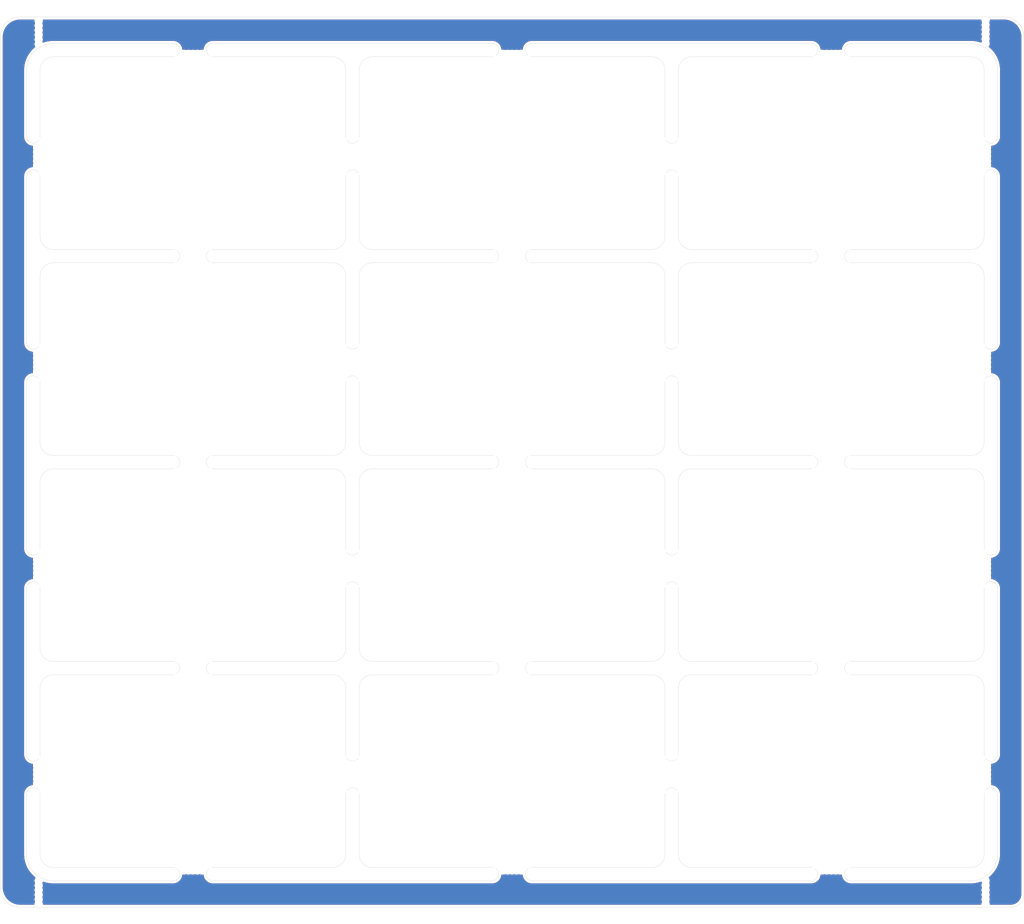
<source format=kicad_pcb>
(kicad_pcb (version 20211014) (generator pcbnew)
  (title_block (date "2022-12-04") (rev "V01L01"))
  (layers (0 "F.Cu" signal) (31 "B.Cu" signal) (34 "B.Paste" user) (35 "F.Paste" user) (36 "B.SilkS" user "B.Silkscreen") (37 "F.SilkS" user "F.Silkscreen") (38 "B.Mask" user) (39 "F.Mask" user) (44 "Edge.Cuts" user))
  (net 0 "")
  (footprint "BF:BF@MouseBite2.54_Dot" (layer "F.Cu") (at 316.262 66.802 90)
    (fp_text reference "REF**" hide)
    (fp_text value "BF@MouseBite2.54_Dot" hide)
  )
  (footprint "BF:BF@MouseBite2.54_Dot" (layer "F.Cu") (at 133.35 65.151 -90)
    (fp_text reference "REF**" hide)
    (fp_text value "BF@MouseBite2.54_Dot" hide)
  )
  (footprint "BF:BF@MouseBite2.54_Dot" (layer "F.Cu") (at 316.262 64.135 90)
    (fp_text reference "REF**" hide)
    (fp_text value "BF@MouseBite2.54_Dot" hide)
  )
  (footprint "BF:BF@MouseBite2.54_DoubleSided" (layer "F.Cu") (at 255.27 208.28 -90)
    (fp_text reference "REF**" hide)
    (fp_text value "BF@MouseBite2.54_DoubleSided" hide)
  )
  (footprint "BF:BF@MouseBite2.54_Dot" (layer "F.Cu") (at 133.35 66.04 -90)
    (fp_text reference "REF**" hide)
    (fp_text value "BF@MouseBite2.54_Dot" hide)
  )
  (footprint "BF:BF@MouseBite2.54_Dot" (layer "F.Cu") (at 316.262 233.045 90)
    (fp_text reference "REF**" hide)
    (fp_text value "BF@MouseBite2.54_Dot" hide)
  )
  (footprint "BF:BF@MouseBite2.54_DoubleSided" (layer "F.Cu") (at 194.31 129.54 -90)
    (fp_text reference "REF**" hide)
    (fp_text value "BF@MouseBite2.54_DoubleSided" hide)
  )
  (footprint "BF:BF@MouseBite2.54_DoubleSided" (layer "F.Cu") (at 255.27 129.54 -90)
    (fp_text reference "REF**" hide)
    (fp_text value "BF@MouseBite2.54_DoubleSided" hide)
  )
  (footprint "BF:BF@MouseBite2.54_SingleSided" (layer "F.Cu") (at 224.79 69.85 180)
    (fp_text reference "REF**" hide)
    (fp_text value "BF@MouseBite2.54_SingleSided" hide)
  )
  (footprint "BF:BF@MouseBite2.54_SingleSided" (layer "F.Cu") (at 133.35 129.54 -90)
    (fp_text reference "REF**" hide)
    (fp_text value "BF@MouseBite2.54_SingleSided" hide)
  )
  (footprint "BF:BF@MouseBite2.54_Dot" (layer "F.Cu") (at 316.262 230.378 90)
    (fp_text reference "REF**" hide)
    (fp_text value "BF@MouseBite2.54_Dot" hide)
  )
  (footprint "BF:BF@MouseBite2.54_SingleSided" (layer "F.Cu") (at 316.23 208.28 90)
    (fp_text reference "REF**" hide)
    (fp_text value "BF@MouseBite2.54_SingleSided" hide)
  )
  (footprint "BF:BF@MouseBite2.54_Dot" (layer "F.Cu") (at 133.35 64.262 -90)
    (fp_text reference "REF**" hide)
    (fp_text value "BF@MouseBite2.54_Dot" hide)
  )
  (footprint "BF:BF@MouseBite2.54_Dot" (layer "F.Cu") (at 133.35 231.267 -90)
    (fp_text reference "REF**" hide)
    (fp_text value "BF@MouseBite2.54_Dot" hide)
  )
  (footprint "BF:BF@MouseBite2.54_Dot" (layer "F.Cu") (at 316.262 67.691 90)
    (fp_text reference "REF**" hide)
    (fp_text value "BF@MouseBite2.54_Dot" hide)
  )
  (footprint "BF:BF@MouseBite2.54_Dot" (layer "F.Cu") (at 133.35 67.818 -90)
    (fp_text reference "REF**" hide)
    (fp_text value "BF@MouseBite2.54_Dot" hide)
  )
  (footprint "BF:BF@MouseBite2.54_Dot" (layer "F.Cu") (at 316.262 68.58 90)
    (fp_text reference "REF**" hide)
    (fp_text value "BF@MouseBite2.54_Dot" hide)
  )
  (footprint "BF:BF@MouseBite2.54_DoubleSided" (layer "F.Cu") (at 194.31 208.28 -90)
    (fp_text reference "REF**" hide)
    (fp_text value "BF@MouseBite2.54_DoubleSided" hide)
  )
  (footprint "BF:BF@MouseBite2.54_SingleSided" (layer "F.Cu") (at 285.75 227.33)
    (fp_text reference "REF**" hide)
    (fp_text value "BF@MouseBite2.54_SingleSided" hide)
  )
  (footprint "BF:BF@MouseBite2.54_DoubleSided" (layer "F.Cu") (at 194.31 90.17 -90)
    (fp_text reference "REF**" hide)
    (fp_text value "BF@MouseBite2.54_DoubleSided" hide)
  )
  (footprint "BF:BF@MouseBite2.54_Dot" (layer "F.Cu") (at 316.262 229.489 90)
    (fp_text reference "REF**" hide)
    (fp_text value "BF@MouseBite2.54_Dot" hide)
  )
  (footprint "BF:BF@MouseBite2.54_SingleSided" (layer "F.Cu") (at 133.35 208.28 -90)
    (fp_text reference "REF**" hide)
    (fp_text value "BF@MouseBite2.54_SingleSided" hide)
  )
  (footprint "BF:BF@MouseBite2.54_SingleSided" (layer "F.Cu") (at 224.79 227.33)
    (fp_text reference "REF**" hide)
    (fp_text value "BF@MouseBite2.54_SingleSided" hide)
  )
  (footprint "BF:BF@MouseBite2.54_Dot" (layer "F.Cu") (at 316.262 65.024 90)
    (fp_text reference "REF**" hide)
    (fp_text value "BF@MouseBite2.54_Dot" hide)
  )
  (footprint "BF:BF@MouseBite2.54_Dot" (layer "F.Cu") (at 133.35 233.045 -90)
    (fp_text reference "REF**" hide)
    (fp_text value "BF@MouseBite2.54_Dot" hide)
  )
  (footprint "BF:BF@MouseBite2.54_DoubleSided" (layer "F.Cu") (at 224.79 187.96)
    (fp_text reference "REF**" hide)
    (fp_text value "BF@MouseBite2.54_DoubleSided" hide)
  )
  (footprint "BF:BF@MouseBite2.54_Dot" (layer "F.Cu") (at 316.262 232.156 90)
    (fp_text reference "REF**" hide)
    (fp_text value "BF@MouseBite2.54_Dot" hide)
  )
  (footprint "BF:BF@MouseBite2.54_SingleSided" (layer "F.Cu") (at 133.35 168.91 -90)
    (fp_text reference "REF**" hide)
    (fp_text value "BF@MouseBite2.54_SingleSided" hide)
  )
  (footprint "BF:BF@MouseBite2.54_DoubleSided" (layer "F.Cu") (at 285.75 109.22)
    (fp_text reference "REF**" hide)
    (fp_text value "BF@MouseBite2.54_DoubleSided" hide)
  )
  (footprint "BF:BF@MouseBite2.54_Dot" (layer "F.Cu") (at 316.262 65.913 90)
    (fp_text reference "REF**" hide)
    (fp_text value "BF@MouseBite2.54_Dot" hide)
  )
  (footprint "BF:BF@MouseBite2.54_Dot" (layer "F.Cu") (at 316.262 228.6 90)
    (fp_text reference "REF**" hide)
    (fp_text value "BF@MouseBite2.54_Dot" hide)
  )
  (footprint "BF:BF@MouseBite2.54_DoubleSided" (layer "F.Cu") (at 163.83 109.22)
    (fp_text reference "REF**" hide)
    (fp_text value "BF@MouseBite2.54_DoubleSided" hide)
  )
  (footprint "BF:BF@MouseBite2.54_DoubleSided" (layer "F.Cu") (at 285.75 187.96)
    (fp_text reference "REF**" hide)
    (fp_text value "BF@MouseBite2.54_DoubleSided" hide)
  )
  (footprint "BF:BF@MouseBite2.54_DoubleSided" (layer "F.Cu") (at 255.27 168.91 -90)
    (fp_text reference "REF**" hide)
    (fp_text value "BF@MouseBite2.54_DoubleSided" hide)
  )
  (footprint "BF:BF@MouseBite2.54_Dot" (layer "F.Cu") (at 133.35 66.929 -90)
    (fp_text reference "REF**" hide)
    (fp_text value "BF@MouseBite2.54_Dot" hide)
  )
  (footprint "BF:BF@MouseBite2.54_Dot" (layer "F.Cu") (at 133.35 229.489 -90)
    (fp_text reference "REF**" hide)
    (fp_text value "BF@MouseBite2.54_Dot" hide)
  )
  (footprint "BF:BF@MouseBite2.54_DoubleSided" (layer "F.Cu") (at 163.83 187.96)
    (fp_text reference "REF**" hide)
    (fp_text value "BF@MouseBite2.54_DoubleSided" hide)
  )
  (footprint "BF:BF@MouseBite2.54_SingleSided" (layer "F.Cu") (at 163.83 227.33)
    (fp_text reference "REF**" hide)
    (fp_text value "BF@MouseBite2.54_SingleSided" hide)
  )
  (footprint "BF:BF@MouseBite2.54_SingleSided" (layer "F.Cu") (at 316.23 90.17 90)
    (fp_text reference "REF**" hide)
    (fp_text value "BF@MouseBite2.54_SingleSided" hide)
  )
  (footprint "BF:BF@MouseBite2.54_Dot" (layer "F.Cu") (at 133.35 228.6 -90)
    (fp_text reference "REF**" hide)
    (fp_text value "BF@MouseBite2.54_Dot" hide)
  )
  (footprint "BF:BF@MouseBite2.54_DoubleSided" (layer "F.Cu") (at 163.83 148.59)
    (fp_text reference "REF**" hide)
    (fp_text value "BF@MouseBite2.54_DoubleSided" hide)
  )
  (footprint "BF:BF@MouseBite2.54_Dot" (layer "F.Cu") (at 133.35 68.707 -90)
    (fp_text reference "REF**" hide)
    (fp_text value "BF@MouseBite2.54_Dot" hide)
  )
  (footprint "BF:BF@MouseBite2.54_DoubleSided" (layer "F.Cu") (at 224.79 109.22)
    (fp_text reference "REF**" hide)
    (fp_text value "BF@MouseBite2.54_DoubleSided" hide)
  )
  (footprint "BF:BF@MouseBite2.54_Dot" (layer "F.Cu") (at 133.35 230.378 -90)
    (fp_text reference "REF**" hide)
    (fp_text value "BF@MouseBite2.54_Dot" hide)
  )
  (footprint "BF:BF@MouseBite2.54_DoubleSided" (layer "F.Cu") (at 224.79 148.59)
    (fp_text reference "REF**" hide)
    (fp_text value "BF@MouseBite2.54_DoubleSided" hide)
  )
  (footprint "BF:BF@MouseBite2.54_SingleSided" (layer "F.Cu") (at 285.75 69.85 180)
    (fp_text reference "REF**" hide)
    (fp_text value "BF@MouseBite2.54_SingleSided" hide)
  )
  (footprint "BF:BF@MouseBite2.54_Dot" (layer "F.Cu") (at 316.262 231.267 90)
    (fp_text reference "REF**" hide)
    (fp_text value "BF@MouseBite2.54_Dot" hide)
  )
  (footprint "BF:BF@MouseBite2.54_Dot" (layer "F.Cu") (at 133.35 232.156 -90)
    (fp_text reference "REF**" hide)
    (fp_text value "BF@MouseBite2.54_Dot" hide)
  )
  (footprint "BF:BF@MouseBite2.54_SingleSided" (layer "F.Cu") (at 133.35 90.17 -90)
    (fp_text reference "REF**" hide)
    (fp_text value "BF@MouseBite2.54_SingleSided" hide)
  )
  (footprint "BF:BF@MouseBite2.54_DoubleSided" (layer "F.Cu") (at 255.27 90.17 -90)
    (fp_text reference "REF**" hide)
    (fp_text value "BF@MouseBite2.54_DoubleSided" hide)
  )
  (footprint "BF:BF@MouseBite2.54_SingleSided" (layer "F.Cu") (at 163.83 69.85 180)
    (fp_text reference "REF**" hide)
    (fp_text value "BF@MouseBite2.54_SingleSided" hide)
  )
  (footprint "BF:BF@MouseBite2.54_SingleSided" (layer "F.Cu") (at 316.23 168.91 90)
    (fp_text reference "REF**" hide)
    (fp_text value "BF@MouseBite2.54_SingleSided" hide)
  )
  (footprint "BF:BF@MouseBite2.54_DoubleSided" (layer "F.Cu") (at 285.75 148.59)
    (fp_text reference "REF**" hide)
    (fp_text value "BF@MouseBite2.54_DoubleSided" hide)
  )
  (footprint "BF:BF@MouseBite2.54_DoubleSided" (layer "F.Cu") (at 194.31 168.91 -90)
    (fp_text reference "REF**" hide)
    (fp_text value "BF@MouseBite2.54_DoubleSided" hide)
  )
  (footprint "BF:BF@MouseBite2.54_SingleSided" (layer "F.Cu") (at 316.23 129.54 90)
    (fp_text reference "REF**" hide)
    (fp_text value "BF@MouseBite2.54_SingleSided" hide)
  )
  (gr_line (start 251.46 107.95) (end 228.6 107.95) (layer "Edge.Cuts") (width 0.05))
  (gr_line (start 137.16 189.23) (end 160.02 189.23) (layer "Edge.Cuts") (width 0.05))
  (gr_arc (start 254 223.52) (mid 253.256051 225.316051) (end 251.46 226.06) (layer "Edge.Cuts") (width 0.05))
  (gr_arc (start 160.02 107.95) (mid 161.29 109.22) (end 160.02 110.49) (layer "Edge.Cuts") (width 0.05))
  (gr_line (start 228.6 71.12) (end 251.46 71.12) (layer "Edge.Cuts") (width 0.05))
  (gr_arc (start 254 93.98) (mid 255.27 92.71) (end 256.54 93.98) (layer "Edge.Cuts") (width 0.05))
  (gr_line (start 198.12 71.12) (end 220.98 71.12) (layer "Edge.Cuts") (width 0.05))
  (gr_arc (start 167.64 149.86) (mid 166.37 148.59) (end 167.64 147.32) (layer "Edge.Cuts") (width 0.05))
  (gr_arc (start 312.42 68.58) (mid 316.012102 70.067898) (end 317.5 73.66) (layer "Edge.Cuts") (width 0.05))
  (gr_line (start 314.96 93.98) (end 314.96 105.41) (layer "Edge.Cuts") (width 0.05))
  (gr_arc (start 314.96 212.09) (mid 316.23 210.82) (end 317.5 212.09) (layer "Edge.Cuts") (width 0.05))
  (gr_arc (start 251.46 189.23) (mid 253.256051 189.973949) (end 254 191.77) (layer "Edge.Cuts") (width 0.05))
  (gr_line (start 289.56 149.86) (end 312.42 149.86) (layer "Edge.Cuts") (width 0.05))
  (gr_arc (start 167.64 228.6) (mid 166.37 227.33) (end 167.64 226.06) (layer "Edge.Cuts") (width 0.05))
  (gr_arc (start 312.42 71.12) (mid 314.216051 71.863949) (end 314.96 73.66) (layer "Edge.Cuts") (width 0.05))
  (gr_line (start 312.42 107.95) (end 289.56 107.95) (layer "Edge.Cuts") (width 0.05))
  (gr_line (start 132.08 223.52) (end 132.08 212.09) (layer "Edge.Cuts") (width 0.05))
  (gr_arc (start 167.64 189.23) (mid 166.37 187.96) (end 167.64 186.69) (layer "Edge.Cuts") (width 0.05))
  (gr_line (start 220.98 186.69) (end 198.12 186.69) (layer "Edge.Cuts") (width 0.05))
  (gr_line (start 134.62 223.52) (end 134.62 212.09) (layer "Edge.Cuts") (width 0.05))
  (gr_line (start 317.5 133.35) (end 317.5 165.1) (layer "Edge.Cuts") (width 0.05))
  (gr_arc (start 281.94 186.69) (mid 283.21 187.96) (end 281.94 189.23) (layer "Edge.Cuts") (width 0.05))
  (gr_line (start 256.54 144.78) (end 256.54 133.35) (layer "Edge.Cuts") (width 0.05))
  (gr_line (start 314.96 212.09) (end 314.96 223.52) (layer "Edge.Cuts") (width 0.05))
  (gr_arc (start 160.02 186.69) (mid 161.29 187.96) (end 160.02 189.23) (layer "Edge.Cuts") (width 0.05))
  (gr_arc (start 228.6 228.6) (mid 227.33 227.33) (end 228.6 226.06) (layer "Edge.Cuts") (width 0.05))
  (gr_arc (start 254 133.35) (mid 255.27 132.08) (end 256.54 133.35) (layer "Edge.Cuts") (width 0.05))
  (gr_arc (start 314.96 133.35) (mid 316.23 132.08) (end 317.5 133.35) (layer "Edge.Cuts") (width 0.05))
  (gr_line (start 195.58 125.73) (end 195.58 113.03) (layer "Edge.Cuts") (width 0.05))
  (gr_line (start 160.02 186.69) (end 137.16 186.69) (layer "Edge.Cuts") (width 0.05))
  (gr_line (start 289.56 68.58) (end 312.42 68.58) (layer "Edge.Cuts") (width 0.05))
  (gr_arc (start 193.04 133.35) (mid 194.31 132.08) (end 195.58 133.35) (layer "Edge.Cuts") (width 0.05))
  (gr_line (start 198.12 110.49) (end 220.98 110.49) (layer "Edge.Cuts") (width 0.05))
  (gr_arc (start 167.64 110.49) (mid 166.37 109.22) (end 167.64 107.95) (layer "Edge.Cuts") (width 0.05))
  (gr_arc (start 251.46 110.49) (mid 253.256051 111.233949) (end 254 113.03) (layer "Edge.Cuts") (width 0.05))
  (gr_line (start 160.02 226.06) (end 137.16 226.06) (layer "Edge.Cuts") (width 0.05))
  (gr_line (start 254 133.35) (end 254 144.78) (layer "Edge.Cuts") (width 0.05))
  (gr_arc (start 251.46 149.86) (mid 253.256051 150.603949) (end 254 152.4) (layer "Edge.Cuts") (width 0.05))
  (gr_arc (start 132.08 133.35) (mid 133.35 132.08) (end 134.62 133.35) (layer "Edge.Cuts") (width 0.05))
  (gr_arc (start 289.56 110.49) (mid 288.29 109.22) (end 289.56 107.95) (layer "Edge.Cuts") (width 0.05))
  (gr_arc (start 220.98 68.58) (mid 222.25 69.85) (end 220.98 71.12) (layer "Edge.Cuts") (width 0.05))
  (gr_line (start 314.96 113.03) (end 314.96 125.73) (layer "Edge.Cuts") (width 0.05))
  (gr_arc (start 281.94 147.32) (mid 283.21 148.59) (end 281.94 149.86) (layer "Edge.Cuts") (width 0.05))
  (gr_arc (start 167.64 71.12) (mid 166.37 69.85) (end 167.64 68.58) (layer "Edge.Cuts") (width 0.05))
  (gr_arc (start 312.42 189.23) (mid 314.216051 189.973949) (end 314.96 191.77) (layer "Edge.Cuts") (width 0.05))
  (gr_line (start 195.58 144.78) (end 195.58 133.35) (layer "Edge.Cuts") (width 0.05))
  (gr_arc (start 317.5 204.47) (mid 316.23 205.74) (end 314.96 204.47) (layer "Edge.Cuts") (width 0.05))
  (gr_arc (start 134.62 73.66) (mid 135.363949 71.863949) (end 137.16 71.12) (layer "Edge.Cuts") (width 0.05))
  (gr_line (start 259.08 149.86) (end 281.94 149.86) (layer "Edge.Cuts") (width 0.05))
  (gr_line (start 254 73.66) (end 254 86.36) (layer "Edge.Cuts") (width 0.05))
  (gr_line (start 137.16 110.49) (end 160.02 110.49) (layer "Edge.Cuts") (width 0.05))
  (gr_arc (start 256.54 86.36) (mid 255.27 87.63) (end 254 86.36) (layer "Edge.Cuts") (width 0.05))
  (gr_arc (start 281.94 226.06) (mid 283.21 227.33) (end 281.94 228.6) (layer "Edge.Cuts") (width 0.05))
  (gr_line (start 314.96 191.77) (end 314.96 204.47) (layer "Edge.Cuts") (width 0.05))
  (gr_arc (start 198.12 107.95) (mid 196.323949 107.206051) (end 195.58 105.41) (layer "Edge.Cuts") (width 0.05))
  (gr_arc (start 256.54 125.73) (mid 255.27 127) (end 254 125.73) (layer "Edge.Cuts") (width 0.05))
  (gr_arc (start 190.5 110.49) (mid 192.296051 111.233949) (end 193.04 113.03) (layer "Edge.Cuts") (width 0.05))
  (gr_arc (start 317.5 125.73) (mid 316.23 127) (end 314.96 125.73) (layer "Edge.Cuts") (width 0.05))
  (gr_line (start 281.94 186.69) (end 259.08 186.69) (layer "Edge.Cuts") (width 0.05))
  (gr_arc (start 256.54 113.03) (mid 257.283949 111.233949) (end 259.08 110.49) (layer "Edge.Cuts") (width 0.05))
  (gr_line (start 167.64 110.49) (end 190.5 110.49) (layer "Edge.Cuts") (width 0.05))
  (gr_arc (start 256.54 165.1) (mid 255.27 166.37) (end 254 165.1) (layer "Edge.Cuts") (width 0.05))
  (gr_line (start 190.5 107.95) (end 167.64 107.95) (layer "Edge.Cuts") (width 0.05))
  (gr_line (start 167.64 149.86) (end 190.5 149.86) (layer "Edge.Cuts") (width 0.05))
  (gr_line (start 289.56 71.12) (end 312.42 71.12) (layer "Edge.Cuts") (width 0.05))
  (gr_line (start 167.64 68.58) (end 220.98 68.58) (layer "Edge.Cuts") (width 0.05))
  (gr_arc (start 193.04 105.41) (mid 192.296051 107.206051) (end 190.5 107.95) (layer "Edge.Cuts") (width 0.05))
  (gr_line (start 137.16 71.12) (end 160.02 71.12) (layer "Edge.Cuts") (width 0.05))
  (gr_line (start 193.04 93.98) (end 193.04 105.41) (layer "Edge.Cuts") (width 0.05))
  (gr_line (start 317.5 73.66) (end 317.5 86.36) (layer "Edge.Cuts") (width 0.05))
  (gr_arc (start 134.62 204.47) (mid 133.35 205.74) (end 132.08 204.47) (layer "Edge.Cuts") (width 0.05))
  (gr_line (start 195.58 105.41) (end 195.58 93.98) (layer "Edge.Cuts") (width 0.05))
  (gr_arc (start 312.42 149.86) (mid 314.216051 150.603949) (end 314.96 152.4) (layer "Edge.Cuts") (width 0.05))
  (gr_arc (start 137.16 186.69) (mid 135.363949 185.946051) (end 134.62 184.15) (layer "Edge.Cuts") (width 0.05))
  (gr_arc (start 220.98 147.32) (mid 222.25 148.59) (end 220.98 149.86) (layer "Edge.Cuts") (width 0.05))
  (gr_arc (start 256.54 191.77) (mid 257.283949 189.973949) (end 259.08 189.23) (layer "Edge.Cuts") (width 0.05))
  (gr_arc (start 190.5 189.23) (mid 192.296051 189.973949) (end 193.04 191.77) (layer "Edge.Cuts") (width 0.05))
  (gr_line (start 322.58 67.31) (end 322.58 231.14) (layer "Edge.Cuts") (width 0.05))
  (gr_line (start 134.62 144.78) (end 134.62 133.35) (layer "Edge.Cuts") (width 0.05))
  (gr_line (start 256.54 165.1) (end 256.54 152.4) (layer "Edge.Cuts") (width 0.05))
  (gr_line (start 195.58 184.15) (end 195.58 172.72) (layer "Edge.Cuts") (width 0.05))
  (gr_line (start 281.94 107.95) (end 259.08 107.95) (layer "Edge.Cuts") (width 0.05))
  (gr_arc (start 254 212.09) (mid 255.27 210.82) (end 256.54 212.09) (layer "Edge.Cuts") (width 0.05))
  (gr_arc (start 198.12 186.69) (mid 196.323949 185.946051) (end 195.58 184.15) (layer "Edge.Cuts") (width 0.05))
  (gr_arc (start 134.62 152.4) (mid 135.363949 150.603949) (end 137.16 149.86) (layer "Edge.Cuts") (width 0.05))
  (gr_arc (start 137.16 107.95) (mid 135.363949 107.206051) (end 134.62 105.41) (layer "Edge.Cuts") (width 0.05))
  (gr_line (start 198.12 149.86) (end 220.98 149.86) (layer "Edge.Cuts") (width 0.05))
  (gr_line (start 289.56 189.23) (end 312.42 189.23) (layer "Edge.Cuts") (width 0.05))
  (gr_arc (start 281.94 68.58) (mid 283.21 69.85) (end 281.94 71.12) (layer "Edge.Cuts") (width 0.05))
  (gr_line (start 193.04 73.66) (end 193.04 86.36) (layer "Edge.Cuts") (width 0.05))
  (gr_line (start 160.02 228.6) (end 137.16 228.6) (layer "Edge.Cuts") (width 0.05))
  (gr_line (start 228.6 189.23) (end 251.46 189.23) (layer "Edge.Cuts") (width 0.05))
  (gr_line (start 198.12 189.23) (end 220.98 189.23) (layer "Edge.Cuts") (width 0.05))
  (gr_line (start 132.08 165.1) (end 132.08 133.35) (layer "Edge.Cuts") (width 0.05))
  (gr_arc (start 195.58 73.66) (mid 196.323949 71.863949) (end 198.12 71.12) (layer "Edge.Cuts") (width 0.05))
  (gr_arc (start 193.04 93.98) (mid 194.31 92.71) (end 195.58 93.98) (layer "Edge.Cuts") (width 0.05))
  (gr_line (start 228.6 149.86) (end 251.46 149.86) (layer "Edge.Cuts") (width 0.05))
  (gr_line (start 289.56 228.6) (end 312.42 228.6) (layer "Edge.Cuts") (width 0.05))
  (gr_arc (start 198.12 147.32) (mid 196.323949 146.576051) (end 195.58 144.78) (layer "Edge.Cuts") (width 0.05))
  (gr_arc (start 254 105.41) (mid 253.256051 107.206051) (end 251.46 107.95) (layer "Edge.Cuts") (width 0.05))
  (gr_arc (start 314.96 223.52) (mid 314.216051 225.316051) (end 312.42 226.06) (layer "Edge.Cuts") (width 0.05))
  (gr_arc (start 190.5 149.86) (mid 192.296051 150.603949) (end 193.04 152.4) (layer "Edge.Cuts") (width 0.05))
  (gr_arc (start 193.04 184.15) (mid 192.296051 185.946051) (end 190.5 186.69) (layer "Edge.Cuts") (width 0.05))
  (gr_arc (start 160.02 147.32) (mid 161.29 148.59) (end 160.02 149.86) (layer "Edge.Cuts") (width 0.05))
  (gr_line (start 314.96 172.72) (end 314.96 184.15) (layer "Edge.Cuts") (width 0.05))
  (gr_line (start 127 67.31) (end 127 229.87) (layer "Edge.Cuts") (width 0.05))
  (gr_line (start 193.04 113.03) (end 193.04 125.73) (layer "Edge.Cuts") (width 0.05))
  (gr_arc (start 259.08 186.69) (mid 257.283949 185.946051) (end 256.54 184.15) (layer "Edge.Cuts") (width 0.05))
  (gr_arc (start 195.58 204.47) (mid 194.31 205.74) (end 193.04 204.47) (layer "Edge.Cuts") (width 0.05))
  (gr_arc (start 137.16 226.06) (mid 135.363949 225.316051) (end 134.62 223.52) (layer "Edge.Cuts") (width 0.05))
  (gr_line (start 317.5 172.72) (end 317.5 204.47) (layer "Edge.Cuts") (width 0.05))
  (gr_arc (start 312.42 110.49) (mid 314.216051 111.233949) (end 314.96 113.03) (layer "Edge.Cuts") (width 0.05))
  (gr_line (start 312.42 186.69) (end 289.56 186.69) (layer "Edge.Cuts") (width 0.05))
  (gr_line (start 251.46 147.32) (end 228.6 147.32) (layer "Edge.Cuts") (width 0.05))
  (gr_arc (start 228.6 110.49) (mid 227.33 109.22) (end 228.6 107.95) (layer "Edge.Cuts") (width 0.05))
  (gr_line (start 193.04 212.09) (end 193.04 223.52) (layer "Edge.Cuts") (width 0.05))
  (gr_arc (start 251.46 71.12) (mid 253.256051 71.863949) (end 254 73.66) (layer "Edge.Cuts") (width 0.05))
  (gr_arc (start 134.62 86.36) (mid 133.35 87.63) (end 132.08 86.36) (layer "Edge.Cuts") (width 0.05))
  (gr_line (start 190.5 147.32) (end 167.64 147.32) (layer "Edge.Cuts") (width 0.05))
  (gr_line (start 195.58 86.36) (end 195.58 73.66) (layer "Edge.Cuts") (width 0.05))
  (gr_line (start 256.54 105.41) (end 256.54 93.98) (layer "Edge.Cuts") (width 0.05))
  (gr_line (start 137.16 149.86) (end 160.02 149.86) (layer "Edge.Cuts") (width 0.05))
  (gr_arc (start 289.56 228.6) (mid 288.29 227.33) (end 289.56 226.06) (layer "Edge.Cuts") (width 0.05))
  (gr_arc (start 228.6 149.86) (mid 227.33 148.59) (end 228.6 147.32) (layer "Edge.Cuts") (width 0.05))
  (gr_line (start 134.62 105.41) (end 134.62 93.98) (layer "Edge.Cuts") (width 0.05))
  (gr_line (start 281.94 226.06) (end 259.08 226.06) (layer "Edge.Cuts") (width 0.05))
  (gr_arc (start 193.04 212.09) (mid 194.31 210.82) (end 195.58 212.09) (layer "Edge.Cuts") (width 0.05))
  (gr_arc (start 160.02 68.58) (mid 161.29 69.85) (end 160.02 71.12) (layer "Edge.Cuts") (width 0.05))
  (gr_arc (start 256.54 152.4) (mid 257.283949 150.603949) (end 259.08 149.86) (layer "Edge.Cuts") (width 0.05))
  (gr_line (start 190.5 226.06) (end 167.64 226.06) (layer "Edge.Cuts") (width 0.05))
  (gr_arc (start 254 172.72) (mid 255.27 171.45) (end 256.54 172.72) (layer "Edge.Cuts") (width 0.05))
  (gr_arc (start 195.58 125.73) (mid 194.31 127) (end 193.04 125.73) (layer "Edge.Cuts") (width 0.05))
  (gr_line (start 281.94 147.32) (end 259.08 147.32) (layer "Edge.Cuts") (width 0.05))
  (gr_arc (start 259.08 226.06) (mid 257.283949 225.316051) (end 256.54 223.52) (layer "Edge.Cuts") (width 0.05))
  (gr_line (start 254 152.4) (end 254 165.1) (layer "Edge.Cuts") (width 0.05))
  (gr_arc (start 256.54 204.47) (mid 255.27 205.74) (end 254 204.47) (layer "Edge.Cuts") (width 0.05))
  (gr_arc (start 314.96 105.41) (mid 314.216051 107.206051) (end 312.42 107.95) (layer "Edge.Cuts") (width 0.05))
  (gr_arc (start 317.5 223.52) (mid 316.012102 227.112102) (end 312.42 228.6) (layer "Edge.Cuts") (width 0.05))
  (gr_arc (start 220.98 186.69) (mid 222.25 187.96) (end 220.98 189.23) (layer "Edge.Cuts") (width 0.05))
  (gr_arc (start 160.02 226.06) (mid 161.29 227.33) (end 160.02 228.6) (layer "Edge.Cuts") (width 0.05))
  (gr_arc (start 314.96 144.78) (mid 314.216051 146.576051) (end 312.42 147.32) (layer "Edge.Cuts") (width 0.05))
  (gr_line (start 317.5 212.09) (end 317.5 223.52) (layer "Edge.Cuts") (width 0.05))
  (gr_line (start 256.54 125.73) (end 256.54 113.03) (layer "Edge.Cuts") (width 0.05))
  (gr_arc (start 132.08 73.66) (mid 133.567898 70.067898) (end 137.16 68.58) (layer "Edge.Cuts") (width 0.05))
  (gr_arc (start 193.04 144.78) (mid 192.296051 146.576051) (end 190.5 147.32) (layer "Edge.Cuts") (width 0.05))
  (gr_line (start 254 212.09) (end 254 223.52) (layer "Edge.Cuts") (width 0.05))
  (gr_arc (start 198.12 226.06) (mid 196.323949 225.316051) (end 195.58 223.52) (layer "Edge.Cuts") (width 0.05))
  (gr_arc (start 281.94 107.95) (mid 283.21 109.22) (end 281.94 110.49) (layer "Edge.Cuts") (width 0.05))
  (gr_line (start 193.04 172.72) (end 193.04 184.15) (layer "Edge.Cuts") (width 0.05))
  (gr_arc (start 132.08 93.98) (mid 133.35 92.71) (end 134.62 93.98) (layer "Edge.Cuts") (width 0.05))
  (gr_line (start 132.08 86.36) (end 132.08 73.66) (layer "Edge.Cuts") (width 0.05))
  (gr_line (start 281.94 228.6) (end 228.6 228.6) (layer "Edge.Cuts") (width 0.05))
  (gr_arc (start 132.08 172.72) (mid 133.35 171.45) (end 134.62 172.72) (layer "Edge.Cuts") (width 0.05))
  (gr_arc (start 195.58 191.77) (mid 196.323949 189.973949) (end 198.12 189.23) (layer "Edge.Cuts") (width 0.05))
  (gr_line (start 220.98 228.6) (end 167.64 228.6) (layer "Edge.Cuts") (width 0.05))
  (gr_line (start 134.62 86.36) (end 134.62 73.66) (layer "Edge.Cuts") (width 0.05))
  (gr_arc (start 318.77 63.5) (mid 321.464077 64.615923) (end 322.58 67.31) (layer "Edge.Cuts") (width 0.05))
  (gr_arc (start 289.56 189.23) (mid 288.29 187.96) (end 289.56 186.69) (layer "Edge.Cuts") (width 0.05))
  (gr_line (start 256.54 223.52) (end 256.54 212.09) (layer "Edge.Cuts") (width 0.05))
  (gr_arc (start 190.5 71.12) (mid 192.296051 71.863949) (end 193.04 73.66) (layer "Edge.Cuts") (width 0.05))
  (gr_line (start 259.08 189.23) (end 281.94 189.23) (layer "Edge.Cuts") (width 0.05))
  (gr_line (start 195.58 165.1) (end 195.58 152.4) (layer "Edge.Cuts") (width 0.05))
  (gr_line (start 167.64 71.12) (end 190.5 71.12) (layer "Edge.Cuts") (width 0.05))
  (gr_line (start 314.96 152.4) (end 314.96 165.1) (layer "Edge.Cuts") (width 0.05))
  (gr_line (start 193.04 152.4) (end 193.04 165.1) (layer "Edge.Cuts") (width 0.05))
  (gr_arc (start 228.6 189.23) (mid 227.33 187.96) (end 228.6 186.69) (layer "Edge.Cuts") (width 0.05))
  (gr_arc (start 314.96 184.15) (mid 314.216051 185.946051) (end 312.42 186.69) (layer "Edge.Cuts") (width 0.05))
  (gr_line (start 220.98 147.32) (end 198.12 147.32) (layer "Edge.Cuts") (width 0.05))
  (gr_arc (start 195.58 165.1) (mid 194.31 166.37) (end 193.04 165.1) (layer "Edge.Cuts") (width 0.05))
  (gr_line (start 317.5 93.98) (end 317.5 125.73) (layer "Edge.Cuts") (width 0.05))
  (gr_arc (start 127 67.31) (mid 128.115923 64.615923) (end 130.81 63.5) (layer "Edge.Cuts") (width 0.05))
  (gr_arc (start 317.5 165.1) (mid 316.23 166.37) (end 314.96 165.1) (layer "Edge.Cuts") (width 0.05))
  (gr_line (start 160.02 107.95) (end 137.16 107.95) (layer "Edge.Cuts") (width 0.05))
  (gr_arc (start 289.56 71.12) (mid 288.29 69.85) (end 289.56 68.58) (layer "Edge.Cuts") (width 0.05))
  (gr_arc (start 254 184.15) (mid 253.256051 185.946051) (end 251.46 186.69) (layer "Edge.Cuts") (width 0.05))
  (gr_line (start 254 172.72) (end 254 184.15) (layer "Edge.Cuts") (width 0.05))
  (gr_arc (start 195.58 152.4) (mid 196.323949 150.603949) (end 198.12 149.86) (layer "Edge.Cuts") (width 0.05))
  (gr_line (start 132.08 204.47) (end 132.08 172.72) (layer "Edge.Cuts") (width 0.05))
  (gr_arc (start 289.56 149.86) (mid 288.29 148.59) (end 289.56 147.32) (layer "Edge.Cuts") (width 0.05))
  (gr_arc (start 220.98 226.06) (mid 222.25 227.33) (end 220.98 228.6) (layer "Edge.Cuts") (width 0.05))
  (gr_arc (start 193.04 223.52) (mid 192.296051 225.316051) (end 190.5 226.06) (layer "Edge.Cuts") (width 0.05))
  (gr_arc (start 132.08 212.09) (mid 133.35 210.82) (end 134.62 212.09) (layer "Edge.Cuts") (width 0.05))
  (gr_line (start 254 113.03) (end 254 125.73) (layer "Edge.Cuts") (width 0.05))
  (gr_line (start 228.6 110.49) (end 251.46 110.49) (layer "Edge.Cuts") (width 0.05))
  (gr_line (start 289.56 110.49) (end 312.42 110.49) (layer "Edge.Cuts") (width 0.05))
  (gr_line (start 259.08 71.12) (end 281.94 71.12) (layer "Edge.Cuts") (width 0.05))
  (gr_line (start 314.96 73.66) (end 314.96 86.36) (layer "Edge.Cuts") (width 0.05))
  (gr_line (start 228.6 68.58) (end 281.94 68.58) (layer "Edge.Cuts") (width 0.05))
  (gr_line (start 134.62 125.73) (end 134.62 113.03) (layer "Edge.Cuts") (width 0.05))
  (gr_arc (start 317.5 86.36) (mid 316.23 87.63) (end 314.96 86.36) (layer "Edge.Cuts") (width 0.05))
  (gr_line (start 130.81 233.68) (end 320.04 233.68) (layer "Edge.Cuts") (width 0.05))
  (gr_line (start 195.58 204.47) (end 195.58 191.77) (layer "Edge.Cuts") (width 0.05))
  (gr_arc (start 195.58 113.03) (mid 196.323949 111.233949) (end 198.12 110.49) (layer "Edge.Cuts") (width 0.05))
  (gr_line (start 220.98 107.95) (end 198.12 107.95) (layer "Edge.Cuts") (width 0.05))
  (gr_line (start 134.62 165.1) (end 134.62 152.4) (layer "Edge.Cuts") (width 0.05))
  (gr_arc (start 134.62 113.03) (mid 135.363949 111.233949) (end 137.16 110.49) (layer "Edge.Cuts") (width 0.05))
  (gr_line (start 314.96 133.35) (end 314.96 144.78) (layer "Edge.Cuts") (width 0.05))
  (gr_arc (start 134.62 191.77) (mid 135.363949 189.973949) (end 137.16 189.23) (layer "Edge.Cuts") (width 0.05))
  (gr_line (start 195.58 223.52) (end 195.58 212.09) (layer "Edge.Cuts") (width 0.05))
  (gr_arc (start 130.81 233.68) (mid 128.115923 232.564077) (end 127 229.87) (layer "Edge.Cuts") (width 0.05))
  (gr_arc (start 314.96 93.98) (mid 316.23 92.71) (end 317.5 93.98) (layer "Edge.Cuts") (width 0.05))
  (gr_arc (start 193.04 172.72) (mid 194.31 171.45) (end 195.58 172.72) (layer "Edge.Cuts") (width 0.05))
  (gr_arc (start 322.58 231.14) (mid 321.836051 232.936051) (end 320.04 233.68) (layer "Edge.Cuts") (width 0.05))
  (gr_line (start 130.81 63.5) (end 318.77 63.5) (layer "Edge.Cuts") (width 0.05))
  (gr_arc (start 137.16 228.6) (mid 133.567898 227.112102) (end 132.08 223.52) (layer "Edge.Cuts") (width 0.05))
  (gr_line (start 167.64 189.23) (end 190.5 189.23) (layer "Edge.Cuts") (width 0.05))
  (gr_arc (start 134.62 125.73) (mid 133.35 127) (end 132.08 125.73) (layer "Edge.Cuts") (width 0.05))
  (gr_line (start 193.04 133.35) (end 193.04 144.78) (layer "Edge.Cuts") (width 0.05))
  (gr_arc (start 137.16 147.32) (mid 135.363949 146.576051) (end 134.62 144.78) (layer "Edge.Cuts") (width 0.05))
  (gr_line (start 251.46 226.06) (end 228.6 226.06) (layer "Edge.Cuts") (width 0.05))
  (gr_line (start 132.08 125.73) (end 132.08 93.98) (layer "Edge.Cuts") (width 0.05))
  (gr_line (start 256.54 204.47) (end 256.54 191.77) (layer "Edge.Cuts") (width 0.05))
  (gr_arc (start 259.08 107.95) (mid 257.283949 107.206051) (end 256.54 105.41) (layer "Edge.Cuts") (width 0.05))
  (gr_line (start 256.54 86.36) (end 256.54 73.66) (layer "Edge.Cuts") (width 0.05))
  (gr_arc (start 256.54 73.66) (mid 257.283949 71.863949) (end 259.08 71.12) (layer "Edge.Cuts") (width 0.05))
  (gr_arc (start 314.96 172.72) (mid 316.23 171.45) (end 317.5 172.72) (layer "Edge.Cuts") (width 0.05))
  (gr_line (start 259.08 110.49) (end 281.94 110.49) (layer "Edge.Cuts") (width 0.05))
  (gr_line (start 220.98 226.06) (end 198.12 226.06) (layer "Edge.Cuts") (width 0.05))
  (gr_line (start 160.02 147.32) (end 137.16 147.32) (layer "Edge.Cuts") (width 0.05))
  (gr_line (start 190.5 186.69) (end 167.64 186.69) (layer "Edge.Cuts") (width 0.05))
  (gr_arc (start 195.58 86.36) (mid 194.31 87.63) (end 193.04 86.36) (layer "Edge.Cuts") (width 0.05))
  (gr_line (start 251.46 186.69) (end 228.6 186.69) (layer "Edge.Cuts") (width 0.05))
  (gr_line (start 312.42 226.06) (end 289.56 226.06) (layer "Edge.Cuts") (width 0.05))
  (gr_arc (start 259.08 147.32) (mid 257.283949 146.576051) (end 256.54 144.78) (layer "Edge.Cuts") (width 0.05))
  (gr_arc (start 228.6 71.12) (mid 227.33 69.85) (end 228.6 68.58) (layer "Edge.Cuts") (width 0.05))
  (gr_arc (start 220.98 107.95) (mid 222.25 109.22) (end 220.98 110.49) (layer "Edge.Cuts") (width 0.05))
  (gr_line (start 254 191.77) (end 254 204.47) (layer "Edge.Cuts") (width 0.05))
  (gr_arc (start 254 144.78) (mid 253.256051 146.576051) (end 251.46 147.32) (layer "Edge.Cuts") (width 0.05))
  (gr_line (start 134.62 204.47) (end 134.62 191.77) (layer "Edge.Cuts") (width 0.05))
  (gr_line (start 256.54 184.15) (end 256.54 172.72) (layer "Edge.Cuts") (width 0.05))
  (gr_line (start 254 93.98) (end 254 105.41) (layer "Edge.Cuts") (width 0.05))
  (gr_line (start 134.62 184.15) (end 134.62 172.72) (layer "Edge.Cuts") (width 0.05))
  (gr_line (start 137.16 68.58) (end 160.02 68.58) (layer "Edge.Cuts") (width 0.05))
  (gr_arc (start 134.62 165.1) (mid 133.35 166.37) (end 132.08 165.1) (layer "Edge.Cuts") (width 0.05))
  (gr_line (start 193.04 191.77) (end 193.04 204.47) (layer "Edge.Cuts") (width 0.05))
  (gr_line (start 312.42 147.32) (end 289.56 147.32) (layer "Edge.Cuts") (width 0.05))
  (zone (net 0) (net_name "") (layers F&B.Cu) (connect_pads (clearance 0.508)) (min_thickness 0.254) (fill yes (thermal_gap 0.508) (thermal_bridge_width 0.508))
    (polygon (pts (xy 314.96 233.68) (xy 134.62 233.68) (xy 134.62 226.06) (xy 314.96 226.06)))
  )
  (zone (net 0) (net_name "") (layers F&B.Cu) (connect_pads (clearance 0.508)) (min_thickness 0.254) (fill yes (thermal_gap 0.508) (thermal_bridge_width 0.508))
    (polygon (pts (xy 134.62 233.68) (xy 127 233.68) (xy 127 63.5) (xy 134.62 63.5)))
  )
  (zone (net 0) (net_name "") (layers F&B.Cu) (connect_pads (clearance 0.508)) (min_thickness 0.254) (fill yes (thermal_gap 0.508) (thermal_bridge_width 0.508))
    (polygon (pts (xy 322.58 233.68) (xy 314.96 233.68) (xy 314.96 63.5) (xy 322.58 63.5)))
  )
  (zone (net 0) (net_name "") (layers F&B.Cu) (connect_pads (clearance 0.508)) (min_thickness 0.254) (fill yes (thermal_gap 0.508) (thermal_bridge_width 0.508))
    (polygon (pts (xy 314.96 63.5) (xy 314.96 71.12) (xy 134.62 71.12) (xy 134.62 63.5)))
  )
)
</source>
